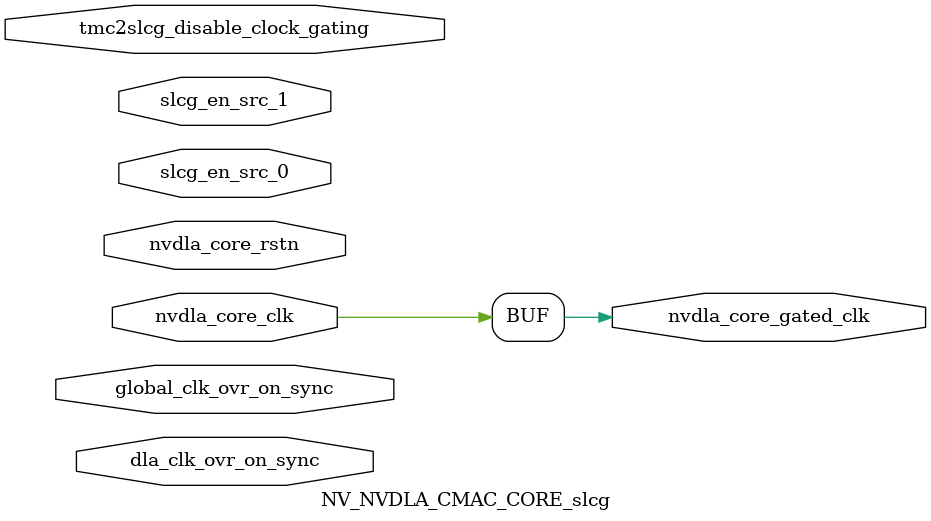
<source format=v>


module NV_NVDLA_CMAC_CORE_slcg (
   dla_clk_ovr_on_sync
  ,global_clk_ovr_on_sync
  ,nvdla_core_clk
  ,nvdla_core_rstn
  ,slcg_en_src_0
  ,slcg_en_src_1
  ,tmc2slcg_disable_clock_gating
  ,nvdla_core_gated_clk
  );

input   dla_clk_ovr_on_sync;
input   global_clk_ovr_on_sync;
input   nvdla_core_clk;
input   nvdla_core_rstn;
input   slcg_en_src_0;
input   slcg_en_src_1;
input   tmc2slcg_disable_clock_gating;
output  nvdla_core_gated_clk;
wire    enable;

// synoff nets

// monitor nets

// debug nets

// tie high nets

// tie low nets

// no connect nets

// not all bits used nets

// todo nets

    
assign enable = slcg_en_src_0 & slcg_en_src_1;

`ifndef NO_SIMTOP_END_OF_SIM
`ifndef SYNTH_LEVEL1_COMPILE
`ifndef SYNTHESIS
// VCS coverage off
reg nvdla_core_clk_slcg_0_icg_disable_eos;
initial begin
   nvdla_core_clk_slcg_0_icg_disable_eos = 1'b0;
   if ($test$plusargs ("icg_no_eos_disable")) nvdla_core_clk_slcg_0_icg_disable_eos = 1'b1;
end
wire nvdla_core_clk_slcg_0_end_of_sim_clock_enable;
`ifndef SIMTOP_EOS_SIGNAL
assign nvdla_core_clk_slcg_0_end_of_sim_clock_enable = ~nvdla_core_clk_slcg_0_icg_disable_eos & 0;
`else
assign nvdla_core_clk_slcg_0_end_of_sim_clock_enable = ~nvdla_core_clk_slcg_0_icg_disable_eos & `SIMTOP_EOS_SIGNAL;
`endif // SIMTOP_EOS_SIGNAL

reg nvdla_core_clk_slcg_0_icg_override_to_ungated;
reg nvdla_core_clk_slcg_0_icg_override_to_gateable;
initial begin
   nvdla_core_clk_slcg_0_icg_override_to_ungated   = 1'b0;
   nvdla_core_clk_slcg_0_icg_override_to_gateable  = 1'b0;
   if ($test$plusargs ("icg_override_to_ungated"))  nvdla_core_clk_slcg_0_icg_override_to_ungated  = 1'b1;
   if ($test$plusargs ("icg_override_to_gateable")) nvdla_core_clk_slcg_0_icg_override_to_gateable = 1'b1;
end

// VCS coverage on
`endif // SYNTHESIS
`endif // SYNTH_LEVEL1_COMPILE
`endif // NO_SIMTOP_END_OF_SIM
`ifndef SYNTH_LEVEL1_COMPILE
`ifndef SYNTHESIS
// VCS coverage off
initial begin
   if ($test$plusargs ("icg_global_force_message_on"))
       $display("ICG_Assert::Found ICG instance: %m :: %s","nvdla_core_clk_slcg_0");
end
wire assert2slcg_disable_clock_gating_0;
assign  assert2slcg_disable_clock_gating_0 = tmc2slcg_disable_clock_gating;
always @(posedge assert2slcg_disable_clock_gating_0) begin
   if ($test$plusargs ("icg_global_force_message_on")) begin
           $display(" ICG_Assert::Found global_force_on tmc2slcg_disable_clock_gating change from 0->1 for ICG instance %m :: %s","nvdla_core_clk_slcg_0");
   end
end
always @(negedge assert2slcg_disable_clock_gating_0) begin
   if ($test$plusargs ("icg_global_force_message_on")) begin
           $display(" ICG_Assert::Found global_force_on tmc2slcg_disable_clock_gating change from 1->0 for ICG instance %m :: %s","nvdla_core_clk_slcg_0");
   end
end
always @(posedge global_clk_ovr_on_sync) begin
   if ($test$plusargs ("icg_global_force_message_on")) begin
           $display(" ICG_Assert::Found global_force_on global_clk_ovr_on_sync change from 0->1 for ICG instance %m :: %s","nvdla_core_clk_slcg_0");
   end
end
always @(negedge global_clk_ovr_on_sync) begin
   if ($test$plusargs ("icg_global_force_message_on")) begin
           $display(" ICG_Assert::Found global_force_on global_clk_ovr_on_sync change from 1->0 for ICG instance %m :: %s","nvdla_core_clk_slcg_0");
   end
end
// VCS coverage on
`endif // SYNTHESIS
`endif // SYNTH_LEVEL1_COMPILE
wire nvdla_core_clk_slcg_0_en;
assign nvdla_core_clk_slcg_0_en = enable | (dla_clk_ovr_on_sync 
`ifndef NO_SIMTOP_END_OF_SIM
`ifndef SYNTH_LEVEL1_COMPILE
`ifndef SYNTHESIS
// VCS coverage off
    &&  !nvdla_core_clk_slcg_0_icg_override_to_gateable
// VCS coverage on
`endif // SYNTHESIS
`endif // SYNTH_LEVEL1_COMPILE
`endif // NO_SIMTOP_END_OF_SIM
   )
 | ((tmc2slcg_disable_clock_gating|global_clk_ovr_on_sync) 
`ifndef NO_SIMTOP_END_OF_SIM
`ifndef SYNTH_LEVEL1_COMPILE
`ifndef SYNTHESIS
// VCS coverage off
    && !nvdla_core_clk_slcg_0_icg_override_to_gateable
// VCS coverage on
`endif // SYNTHESIS
`endif // SYNTH_LEVEL1_COMPILE
`endif // NO_SIMTOP_END_OF_SIM
   )

`ifndef NO_SIMTOP_END_OF_SIM
`ifndef SYNTH_LEVEL1_COMPILE
`ifndef SYNTHESIS
// VCS coverage off
 | nvdla_core_clk_slcg_0_end_of_sim_clock_enable
 | nvdla_core_clk_slcg_0_icg_override_to_ungated
// VCS coverage on
`endif // SYNTHESIS
`endif // SYNTH_LEVEL1_COMPILE
`endif // NO_SIMTOP_END_OF_SIM
;
/*NV_CLK_gate_power nvdla_core_clk_slcg_0 (
  .clk(nvdla_core_clk),
  .reset_(nvdla_core_rstn),
  .clk_en(nvdla_core_clk_slcg_0_en),
  .clk_gated(nvdla_core_gated_clk) ); // spyglass disable GatedClock*/
assign nvdla_core_gated_clk = nvdla_core_clk; // Modified

`ifndef DISABLE_TESTPOINTS
  `ifdef COVER
    `define COVER_OR_TP___Test_dla_clk_ovr_on_sync_for_nvdla_core_clk_slcg_0___1_b1_OR_COVER
  `endif // COVER

  `ifdef COVER
    `define COVER_OR_TP___Test_dla_clk_ovr_on_sync_for_nvdla_core_clk_slcg_0___1_b1_OR_COVER
  `endif // COVER

  `ifdef TP___Test_dla_clk_ovr_on_sync_for_nvdla_core_clk_slcg_0___1_b1
    `define COVER_OR_TP___Test_dla_clk_ovr_on_sync_for_nvdla_core_clk_slcg_0___1_b1_OR_COVER
  `endif // TP___Test_dla_clk_ovr_on_sync_for_nvdla_core_clk_slcg_0___1_b1

`ifdef COVER_OR_TP___Test_dla_clk_ovr_on_sync_for_nvdla_core_clk_slcg_0___1_b1_OR_COVER


//VCS coverage off
    // TESTPOINT_START
    // NAME=":Test dla_clk_ovr_on_sync for nvdla_core_clk_slcg_0 = 1'b1"
    // TYPE=OCCURRENCE
    // AUTOGEN=true
    // COUNT=1
    // GROUP="DEFAULT"
    // INFO=""
    // RANDOM_COVER=true
    // ASYNC_RESET=1
    // ACTIVE_HIGH_RESET=0
wire testpoint_0_internal_nvdla_core_clk   = nvdla_core_clk;
wire testpoint_0_internal_nvdla_core_rstn = nvdla_core_rstn;

`ifdef FV_COVER_ON
    // Synthesizable code for SFV.
    wire testpoint_got_reset_testpoint_0_internal_nvdla_core_rstn_with_clock_testpoint_0_internal_nvdla_core_clk = 1'b1;
`else
    // Must be clocked with reset active before we start gathering
    // coverage.
    //  Reset signal: testpoint_0_internal_nvdla_core_rstn
    //  Clock signal: testpoint_0_internal_nvdla_core_clk
    reg testpoint_got_reset_testpoint_0_internal_nvdla_core_rstn_with_clock_testpoint_0_internal_nvdla_core_clk;

    initial
        testpoint_got_reset_testpoint_0_internal_nvdla_core_rstn_with_clock_testpoint_0_internal_nvdla_core_clk <= 1'b0;

    always @(posedge testpoint_0_internal_nvdla_core_clk or negedge testpoint_0_internal_nvdla_core_rstn) begin: HAS_RETENTION_TESTPOINT_RESET_0
        if (~testpoint_0_internal_nvdla_core_rstn)
            testpoint_got_reset_testpoint_0_internal_nvdla_core_rstn_with_clock_testpoint_0_internal_nvdla_core_clk <= 1'b1;
    end
`endif

`ifndef LINE_TESTPOINTS_OFF
    reg testpoint_0_count_0;

    reg testpoint_0_goal_0;
    initial testpoint_0_goal_0 = 0;
    initial testpoint_0_count_0 = 0;
    always@(testpoint_0_count_0) begin
        if(testpoint_0_count_0 >= 1)
         begin
 `ifdef COVER_PRINT_TESTPOINT_HITS
            if (testpoint_0_goal_0 != 1'b1)
                $display("TESTPOINT_HIT: NV_NVDLA_CMAC_CORE_slcg ::: :Test dla_clk_ovr_on_sync for nvdla_core_clk_slcg_0 = 1'b1 ::: (dla_clk_ovr_on_sync)");
 `endif
            //VCS coverage on
            //coverage name NV_NVDLA_CMAC_CORE_slcg ::: :Test dla_clk_ovr_on_sync for nvdla_core_clk_slcg_0 = 1'b1 ::: testpoint_0_goal_0
            testpoint_0_goal_0 = 1'b1;
            //VCS coverage off
        end
        else
            testpoint_0_goal_0 = 1'b0;
    end

    // Increment counters for every condition that's true this clock.
    always @(posedge testpoint_0_internal_nvdla_core_clk) begin: HAS_RETENTION_TESTPOINT_GOAL_0
        if (testpoint_0_internal_nvdla_core_rstn) begin
 `ifdef ASSOCIATE_TESTPOINT_NAME_GOAL_NUMBER
            if (((dla_clk_ovr_on_sync)) && testpoint_got_reset_testpoint_0_internal_nvdla_core_rstn_with_clock_testpoint_0_internal_nvdla_core_clk)
                $display("NVIDIA TESTPOINT: NV_NVDLA_CMAC_CORE_slcg ::: :Test dla_clk_ovr_on_sync for nvdla_core_clk_slcg_0 = 1'b1 ::: testpoint_0_goal_0");
 `endif
            if (((dla_clk_ovr_on_sync)) && testpoint_got_reset_testpoint_0_internal_nvdla_core_rstn_with_clock_testpoint_0_internal_nvdla_core_clk)
                testpoint_0_count_0 <= 1'd1;
        end
        else begin
 `ifndef FV_COVER_ON
            if (!testpoint_got_reset_testpoint_0_internal_nvdla_core_rstn_with_clock_testpoint_0_internal_nvdla_core_clk) begin
 `endif
                testpoint_0_count_0 <= 1'd0;
 `ifndef FV_COVER_ON
            end
 `endif
        end
    end
`endif // LINE_TESTPOINTS_OFF

`ifndef SV_TESTPOINTS_OFF
    wire testpoint_0_goal_0_active = (((dla_clk_ovr_on_sync)) && testpoint_got_reset_testpoint_0_internal_nvdla_core_rstn_with_clock_testpoint_0_internal_nvdla_core_clk);

    // system verilog testpoints, to leverage vcs testpoint coverage tools
 `ifndef SV_TESTPOINTS_DESCRIPTIVE
    system_verilog_testpoint svt_testpoint_0_goal_0 (.clk (testpoint_0_internal_nvdla_core_clk), .tp(testpoint_0_goal_0_active));
 `else
    system_verilog_testpoint svt__Test_dla_clk_ovr_on_sync_for_nvdla_core_clk_slcg_0__1_b1_0 (.clk (testpoint_0_internal_nvdla_core_clk), .tp(testpoint_0_goal_0_active));
 `endif
`endif

    //VCS coverage on
`endif //COVER_OR_TP___Test_dla_clk_ovr_on_sync_for_nvdla_core_clk_slcg_0___1_b1_OR_COVER
`endif //  DISABLE_TESTPOINTS

    // TESTPOINT_END
`ifndef DISABLE_TESTPOINTS
  `ifdef COVER
    `define COVER_OR_TP___Test_dla_clk_ovr_on_sync_for_nvdla_core_clk_slcg_0___1_b0_OR_COVER
  `endif // COVER

  `ifdef COVER
    `define COVER_OR_TP___Test_dla_clk_ovr_on_sync_for_nvdla_core_clk_slcg_0___1_b0_OR_COVER
  `endif // COVER

  `ifdef TP___Test_dla_clk_ovr_on_sync_for_nvdla_core_clk_slcg_0___1_b0
    `define COVER_OR_TP___Test_dla_clk_ovr_on_sync_for_nvdla_core_clk_slcg_0___1_b0_OR_COVER
  `endif // TP___Test_dla_clk_ovr_on_sync_for_nvdla_core_clk_slcg_0___1_b0

`ifdef COVER_OR_TP___Test_dla_clk_ovr_on_sync_for_nvdla_core_clk_slcg_0___1_b0_OR_COVER


//VCS coverage off
    // TESTPOINT_START
    // NAME=":Test dla_clk_ovr_on_sync for nvdla_core_clk_slcg_0 = 1'b0"
    // TYPE=OCCURRENCE
    // AUTOGEN=true
    // COUNT=1
    // GROUP="DEFAULT"
    // INFO=""
    // RANDOM_COVER=true
    // ASYNC_RESET=1
    // ACTIVE_HIGH_RESET=0
wire testpoint_1_internal_nvdla_core_clk   = nvdla_core_clk;
wire testpoint_1_internal_nvdla_core_rstn = nvdla_core_rstn;

`ifdef FV_COVER_ON
    // Synthesizable code for SFV.
    wire testpoint_got_reset_testpoint_1_internal_nvdla_core_rstn_with_clock_testpoint_1_internal_nvdla_core_clk = 1'b1;
`else
    // Must be clocked with reset active before we start gathering
    // coverage.
    //  Reset signal: testpoint_1_internal_nvdla_core_rstn
    //  Clock signal: testpoint_1_internal_nvdla_core_clk
    reg testpoint_got_reset_testpoint_1_internal_nvdla_core_rstn_with_clock_testpoint_1_internal_nvdla_core_clk;

    initial
        testpoint_got_reset_testpoint_1_internal_nvdla_core_rstn_with_clock_testpoint_1_internal_nvdla_core_clk <= 1'b0;

    always @(posedge testpoint_1_internal_nvdla_core_clk or negedge testpoint_1_internal_nvdla_core_rstn) begin: HAS_RETENTION_TESTPOINT_RESET_1
        if (~testpoint_1_internal_nvdla_core_rstn)
            testpoint_got_reset_testpoint_1_internal_nvdla_core_rstn_with_clock_testpoint_1_internal_nvdla_core_clk <= 1'b1;
    end
`endif

`ifndef LINE_TESTPOINTS_OFF
    reg testpoint_1_count_0;

    reg testpoint_1_goal_0;
    initial testpoint_1_goal_0 = 0;
    initial testpoint_1_count_0 = 0;
    always@(testpoint_1_count_0) begin
        if(testpoint_1_count_0 >= 1)
         begin
 `ifdef COVER_PRINT_TESTPOINT_HITS
            if (testpoint_1_goal_0 != 1'b1)
                $display("TESTPOINT_HIT: NV_NVDLA_CMAC_CORE_slcg ::: :Test dla_clk_ovr_on_sync for nvdla_core_clk_slcg_0 = 1'b0 ::: (!(dla_clk_ovr_on_sync))");
 `endif
            //VCS coverage on
            //coverage name NV_NVDLA_CMAC_CORE_slcg ::: :Test dla_clk_ovr_on_sync for nvdla_core_clk_slcg_0 = 1'b0 ::: testpoint_1_goal_0
            testpoint_1_goal_0 = 1'b1;
            //VCS coverage off
        end
        else
            testpoint_1_goal_0 = 1'b0;
    end

    // Increment counters for every condition that's true this clock.
    always @(posedge testpoint_1_internal_nvdla_core_clk) begin: HAS_RETENTION_TESTPOINT_GOAL_1
        if (testpoint_1_internal_nvdla_core_rstn) begin
 `ifdef ASSOCIATE_TESTPOINT_NAME_GOAL_NUMBER
            if (((!(dla_clk_ovr_on_sync))) && testpoint_got_reset_testpoint_1_internal_nvdla_core_rstn_with_clock_testpoint_1_internal_nvdla_core_clk)
                $display("NVIDIA TESTPOINT: NV_NVDLA_CMAC_CORE_slcg ::: :Test dla_clk_ovr_on_sync for nvdla_core_clk_slcg_0 = 1'b0 ::: testpoint_1_goal_0");
 `endif
            if (((!(dla_clk_ovr_on_sync))) && testpoint_got_reset_testpoint_1_internal_nvdla_core_rstn_with_clock_testpoint_1_internal_nvdla_core_clk)
                testpoint_1_count_0 <= 1'd1;
        end
        else begin
 `ifndef FV_COVER_ON
            if (!testpoint_got_reset_testpoint_1_internal_nvdla_core_rstn_with_clock_testpoint_1_internal_nvdla_core_clk) begin
 `endif
                testpoint_1_count_0 <= 1'd0;
 `ifndef FV_COVER_ON
            end
 `endif
        end
    end
`endif // LINE_TESTPOINTS_OFF

`ifndef SV_TESTPOINTS_OFF
    wire testpoint_1_goal_0_active = (((!(dla_clk_ovr_on_sync))) && testpoint_got_reset_testpoint_1_internal_nvdla_core_rstn_with_clock_testpoint_1_internal_nvdla_core_clk);

    // system verilog testpoints, to leverage vcs testpoint coverage tools
 `ifndef SV_TESTPOINTS_DESCRIPTIVE
    system_verilog_testpoint svt_testpoint_1_goal_0 (.clk (testpoint_1_internal_nvdla_core_clk), .tp(testpoint_1_goal_0_active));
 `else
    system_verilog_testpoint svt__Test_dla_clk_ovr_on_sync_for_nvdla_core_clk_slcg_0__1_b0_0 (.clk (testpoint_1_internal_nvdla_core_clk), .tp(testpoint_1_goal_0_active));
 `endif
`endif

    //VCS coverage on
`endif //COVER_OR_TP___Test_dla_clk_ovr_on_sync_for_nvdla_core_clk_slcg_0___1_b0_OR_COVER
`endif //  DISABLE_TESTPOINTS

    // TESTPOINT_END


  `ifdef ICG_SUMMARY
  `ifndef NO_SIMTOP_END_OF_SIM
  `ifndef SYNTH_LEVEL1_COMPILE
  `ifndef SYNTHESIS
  // VCS coverage off


//  reg monitor_icg_summary_0;
  reg done_monitor_0;
  integer  clk_count_0;
  integer  clk_disable_count_0; 
 
  initial begin
    clk_count_0 = 0;
    clk_disable_count_0 = 0;
//    monitor_icg_summary_0 = 0;
    done_monitor_0= 0;
    if ($test$plusargs( "icg_summary" ) ) begin
//      monitor_icg_summary_0 = 1;
      forever begin
        @ (posedge nvdla_core_clk);
        if(nvdla_core_rstn === 1'b0) begin
          clk_count_0 <= 0;
          clk_disable_count_0 <= 0;
        end else begin
          clk_count_0 <= clk_count_0 + 1;           
          if ( ~(nvdla_core_clk_slcg_0_en) == 1'b1) begin
            clk_disable_count_0 <= clk_disable_count_0 + 1;
          end
          `ifndef SIMTOP_EOS_SIGNAL
          if (0 == 1 && done_monitor_0 == 0) begin
          `else
          if (`SIMTOP_EOS_SIGNAL == 1 && done_monitor_0 == 0) begin
          `endif // SIMTOP_EOS_SIGNAL
            // $display ("(%0d): INFO: %m (icg_template): ICG (0) summary. Number of disabled clks = %0d, Total clks = %0d, Enabled %0f", $stime, clk_disable_count_0, clk_count_0, enabled_percent_0);
            $display ("(%0d): INFO: %m (icg_template): ICG (0) summary. Number of disabled clks = %0d, Total clks = %0d, Enabled %0f", $stime, clk_disable_count_0, clk_count_0, 1.0 - (1.0 * (clk_disable_count_0) / (clk_count_0)));
            done_monitor_0 <= 1;
          end
        end
      end
    end
  end  

  ////integer enabled_percent_0;
  ////&Always;
  ////  if (monitor_icg_summary_0 == 1) begin
  ////    enabled_percent_0 = 1.0 - ( ( clk_disable_count_0 ) / ( clk_count_0 ) );
  ////  end
  ////&End;

  // VCS coverage on
  `endif // SYNTHESIS
  `endif // SYNTH_LEVEL1_COMPILE
  `endif // NO_SIMTOP_END_OF_SIM
  `else
  `ifndef NO_SIMTOP_END_OF_SIM
  `ifndef SYNTH_LEVEL1_COMPILE
  `ifndef SYNTHESIS
  initial begin
    if ($test$plusargs( "icg_summary" ) ) begin
      `ifndef SIMTOP_EOS_SIGNAL
      @(posedge (0)) begin
      `else
      @(posedge (`SIMTOP_EOS_SIGNAL)) begin
      `endif // SIMTOP_EOS_SIGNAL
        $display ("(%0d): INFO: %m (icg_template): ICG (0) summary feature was not enabled at compile time.  Please define ICG_SUMMARY, re-compile and re-run for icg summary",$stime);
      end
    end
  end
  `endif // SYNTHESIS
  `endif // SYNTH_LEVEL1_COMPILE
  `endif // NO_SIMTOP_END_OF_SIM
  `endif // ICG_SUMMARY

endmodule // NV_NVDLA_CMAC_CORE_slcg


</source>
